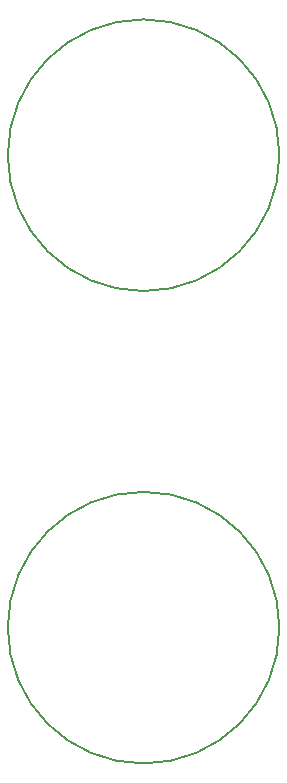
<source format=gbr>
%TF.GenerationSoftware,KiCad,Pcbnew,(5.1.10)-1*%
%TF.CreationDate,2021-07-21T08:52:03+03:00*%
%TF.ProjectId,SGX-CH4-sensor_v2,5347582d-4348-4342-9d73-656e736f725f,rev?*%
%TF.SameCoordinates,Original*%
%TF.FileFunction,Profile,NP*%
%FSLAX46Y46*%
G04 Gerber Fmt 4.6, Leading zero omitted, Abs format (unit mm)*
G04 Created by KiCad (PCBNEW (5.1.10)-1) date 2021-07-21 08:52:03*
%MOMM*%
%LPD*%
G01*
G04 APERTURE LIST*
%TA.AperFunction,Profile*%
%ADD10C,0.150000*%
%TD*%
G04 APERTURE END LIST*
D10*
X111500000Y-60000000D02*
G75*
G03*
X111500000Y-60000000I-11500000J0D01*
G01*
X111500000Y-100000000D02*
G75*
G03*
X111500000Y-100000000I-11500000J0D01*
G01*
M02*

</source>
